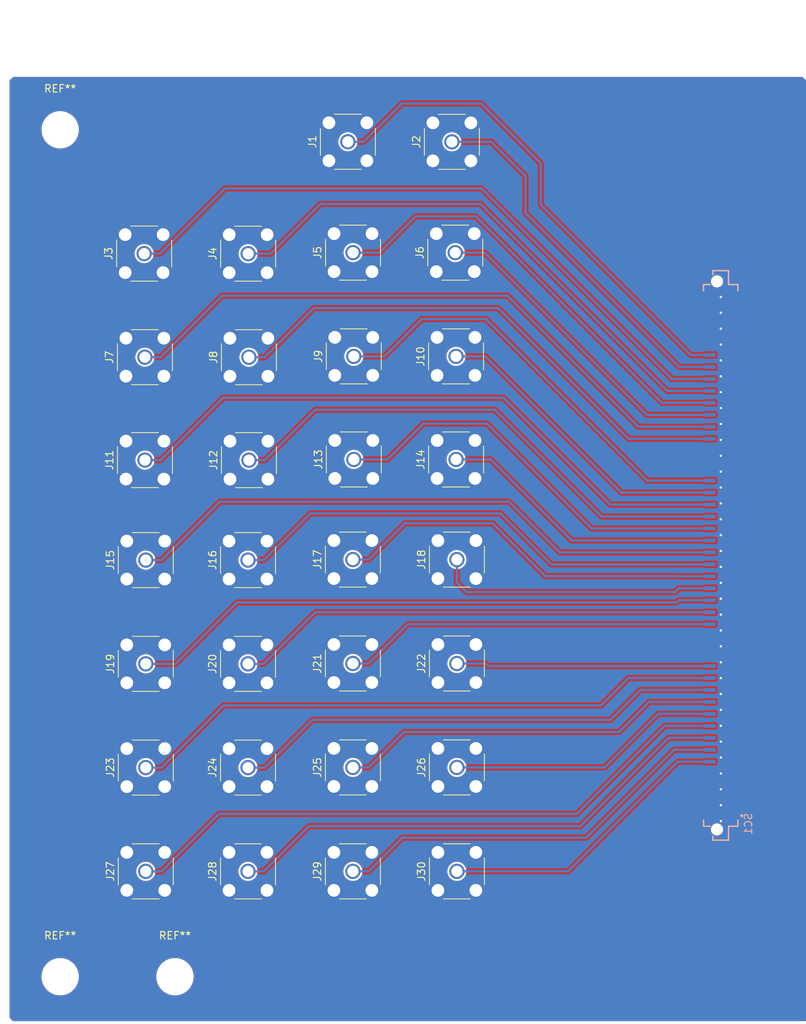
<source format=kicad_pcb>
(kicad_pcb (version 20221018) (generator pcbnew)
  (layers (0 "F.Cu" signal) (1 "In1.Cu" signal) (2 "In2.Cu" signal) (31 "B.Cu" signal) (34 "B.Paste" user) (35 "F.Paste" user) (36 "B.SilkS" user "B.Silkscreen") (37 "F.SilkS" user "F.Silkscreen") (38 "B.Mask" user) (39 "F.Mask" user) (44 "Edge.Cuts" user))
  (net 0 "")
  (net 1 "/ai0")
  (net 2 "/gnd")
  (net 3 "/ai1")
  (net 4 "/ai2")
  (net 5 "/ai3")
  (net 6 "/ai4")
  (net 7 "/ai5")
  (net 8 "/ai6")
  (net 9 "/ai7")
  (net 10 "/ai8")
  (net 11 "/ai9")
  (net 12 "/ai10")
  (net 13 "/ai11")
  (net 14 "/ai12")
  (net 15 "/ai13")
  (net 16 "/ai14")
  (net 17 "/ai15")
  (net 18 "/ai16")
  (net 19 "/ai17")
  (net 20 "/ai18")
  (net 21 "/ai19")
  (net 22 "/ai20")
  (net 23 "/ai21")
  (net 24 "/ai22")
  (net 25 "/ai23")
  (net 26 "/ai24")
  (net 27 "/ai25")
  (net 28 "/ai26")
  (net 29 "/ai27")
  (net 30 "/ai28")
  (net 31 "/ai29")
  (footprint "Connector_Coaxial:SMA_Amphenol_132134_Vertical" (layer "F.Cu") (at 133.18 113.43 90)
    (fp_text reference "J20")
    (fp_text value "Conn_Coaxial")
  )
  (footprint "Connector_Coaxial:SMA_Amphenol_132134_Vertical" (layer "F.Cu") (at 147.343332 72.303928 90)
    (fp_text reference "J9")
    (fp_text value "Conn_Coaxial")
  )
  (footprint "Connector_Coaxial:SMA_Amphenol_132134_Vertical" (layer "F.Cu") (at 133.2 58.57 90)
    (fp_text reference "J4")
    (fp_text value "Conn_Coaxial")
  )
  (footprint "Connector_Coaxial:SMA_Amphenol_132134_Vertical" (layer "F.Cu") (at 119.49 141.185 90)
    (fp_text reference "J27")
    (fp_text value "Conn_Coaxial")
  )
  (footprint "Connector_Coaxial:SMA_Amphenol_132134_Vertical" (layer "F.Cu") (at 161.15 141.185 90)
    (fp_text reference "J30")
    (fp_text value "Conn_Coaxial")
  )
  (footprint "Connector_Coaxial:SMA_Amphenol_132134_Vertical" (layer "F.Cu") (at 161.15 99.48714 90)
    (fp_text reference "J18")
    (fp_text value "Conn_Coaxial")
  )
  (footprint "Connector_Coaxial:SMA_Amphenol_132134_Vertical" (layer "F.Cu") (at 133.306668 86.185713 90)
    (fp_text reference "J12")
    (fp_text value "Conn_Coaxial")
  )
  (footprint "Connector_Coaxial:SMA_Amphenol_132134_Vertical" (layer "F.Cu") (at 133.18 99.5525 90)
    (fp_text reference "J16")
    (fp_text value "Conn_Coaxial")
  )
  (footprint "Connector_Coaxial:SMA_Amphenol_132134_Vertical" (layer "F.Cu") (at 147.223332 127.284284 90)
    (fp_text reference "J25")
    (fp_text value "Conn_Coaxial")
  )
  (footprint "MountingHole:MountingHole_4.5mm" (layer "F.Cu") (at 108.025 42)
    (fp_text reference "REF**")
    (fp_text value "MountingHole_4.5mm")
  )
  (footprint "Connector_Coaxial:SMA_Amphenol_132134_Vertical" (layer "F.Cu") (at 161.15 113.386425 90)
    (fp_text reference "J22")
    (fp_text value "Conn_Coaxial")
  )
  (footprint "Connector_Coaxial:SMA_Amphenol_132134_Vertical" (layer "F.Cu") (at 161.15 127.28571 90)
    (fp_text reference "J26")
    (fp_text value "Conn_Coaxial")
  )
  (footprint "Connector_Coaxial:SMA_Amphenol_132134_Vertical" (layer "F.Cu") (at 133.18 127.3075 90)
    (fp_text reference "J24")
    (fp_text value "Conn_Coaxial")
  )
  (footprint "Connector_Coaxial:SMA_Amphenol_132134_Vertical" (layer "F.Cu") (at 119.273331 58.561429 90)
    (fp_text reference "J3")
    (fp_text value "Conn_Coaxial")
  )
  (footprint "Connector_Coaxial:SMA_Amphenol_132134_Vertical" (layer "F.Cu") (at 133.3 72.42 90)
    (fp_text reference "J8")
    (fp_text value "Conn_Coaxial")
  )
  (footprint "Connector_Coaxial:SMA_Amphenol_132134_Vertical" (layer "F.Cu") (at 133.18 141.185 90)
    (fp_text reference "J28")
    (fp_text value "Conn_Coaxial")
  )
  (footprint "Connector_Coaxial:SMA_Amphenol_132134_Vertical" (layer "F.Cu") (at 161.04 86.092855 90)
    (fp_text reference "J14")
    (fp_text value "Conn_Coaxial")
  )
  (footprint "Connector_Coaxial:SMA_Amphenol_132134_Vertical" (layer "F.Cu") (at 160.48 43.61 90)
    (fp_text reference "J2")
    (fp_text value "Conn_Coaxial")
  )
  (footprint "Connector_Coaxial:SMA_Amphenol_132134_Vertical" (layer "F.Cu") (at 160.933331 58.430714 90)
    (fp_text reference "J6")
    (fp_text value "Conn_Coaxial")
  )
  (footprint "Connector_Coaxial:SMA_Amphenol_132134_Vertical" (layer "F.Cu") (at 147.35 86.092855 90)
    (fp_text reference "J13")
    (fp_text value "Conn_Coaxial")
  )
  (footprint "Connector_Coaxial:SMA_Amphenol_132134_Vertical" (layer "F.Cu") (at 119.38 86.18 90)
    (fp_text reference "J11")
    (fp_text value "Conn_Coaxial")
  )
  (footprint "Connector_Coaxial:SMA_Amphenol_132134_Vertical" (layer "F.Cu") (at 119.373331 72.412858 90)
    (fp_text reference "J7")
    (fp_text value "Conn_Coaxial")
  )
  (footprint "Connector_Coaxial:SMA_Amphenol_132134_Vertical" (layer "F.Cu") (at 119.49 99.5525 90)
    (fp_text reference "J15")
    (fp_text value "Conn_Coaxial")
  )
  (footprint "Connector_Coaxial:SMA_Amphenol_132134_Vertical" (layer "F.Cu") (at 119.49 127.3075 90)
    (fp_text reference "J23")
    (fp_text value "Conn_Coaxial")
  )
  (footprint "Connector_Coaxial:SMA_Amphenol_132134_Vertical" (layer "F.Cu") (at 147.223332 141.185 90)
    (fp_text reference "J29")
    (fp_text value "Conn_Coaxial")
  )
  (footprint "Connector_Coaxial:SMA_Amphenol_132134_Vertical" (layer "F.Cu") (at 147.243331 58.430714 90)
    (fp_text reference "J5")
    (fp_text value "Conn_Coaxial")
  )
  (footprint "Connector_Coaxial:SMA_Amphenol_132134_Vertical" (layer "F.Cu") (at 161.033331 72.303928 90)
    (fp_text reference "J10")
    (fp_text value "Conn_Coaxial")
  )
  (footprint "Connector_Coaxial:SMA_Amphenol_132134_Vertical" (layer "F.Cu") (at 119.49 113.43 90)
    (fp_text reference "J19")
    (fp_text value "Conn_Coaxial")
  )
  (footprint "Connector_Coaxial:SMA_Amphenol_132134_Vertical" (layer "F.Cu") (at 147.223332 113.38357 90)
    (fp_text reference "J21")
    (fp_text value "Conn_Coaxial")
  )
  (footprint "MountingHole:MountingHole_4.5mm" (layer "F.Cu") (at 108.025 155.275)
    (fp_text reference "REF**")
    (fp_text value "MountingHole_4.5mm")
  )
  (footprint "MountingHole:MountingHole_4.5mm" (layer "F.Cu") (at 123.4 155.275)
    (fp_text reference "REF**")
    (fp_text value "MountingHole_4.5mm")
  )
  (footprint "Connector_Coaxial:SMA_Amphenol_132134_Vertical" (layer "F.Cu") (at 146.553333 43.6 90)
    (fp_text reference "J1")
    (fp_text value "Conn_Coaxial")
  )
  (footprint "Connector_Coaxial:SMA_Amphenol_132134_Vertical" (layer "F.Cu") (at 147.223332 99.482856 90)
    (fp_text reference "J17")
    (fp_text value "Conn_Coaxial")
  )
  (footprint "samtec:SAMTEC_QRM8-078-05.0-L-D-A" (layer "B.Cu") (at 196.475 98.925 90)
    (fp_text reference "SC1")
    (fp_text value "SAMTEC-QRM078-05")
  )
  (segment (start 164.38 38.48) (end 153.789274 38.48) (width 0.313944) (layer "B.Cu") (net 1))
  (segment (start 192.465 72.125) (end 172.38 52.04) (width 0.313944) (layer "B.Cu") (net 1))
  (segment (start 153.789274 38.48) (end 148.669274 43.6) (width 0.313944) (layer "B.Cu") (net 1))
  (segment (start 172.38 52.04) (end 172.38 46.48) (width 0.313944) (layer "B.Cu") (net 1))
  (segment (start 148.669274 43.6) (end 146.553333 43.6) (width 0.313944) (layer "B.Cu") (net 1))
  (segment (start 172.38 46.48) (end 164.38 38.48) (width 0.313944) (layer "B.Cu") (net 1))
  (segment (start 195.05 72.125) (end 192.465 72.125) (width 0.313944) (layer "B.Cu") (net 1))
  (via (at 196.49 66.474545) (size 0.46482) (drill 0.3048) (layers "F.Cu" "B.Cu") (net 2))
  (via (at 196.49 81.34636) (size 0.46482) (drill 0.3048) (layers "F.Cu" "B.Cu") (net 2))
  (via (at 196.49 106.8409) (size 0.46482) (drill 0.3048) (layers "F.Cu" "B.Cu") (net 2))
  (via (at 196.49 115.33908) (size 0.46482) (drill 0.3048) (layers "F.Cu" "B.Cu") (net 2))
  (via (at 196.49 125.961805) (size 0.46482) (drill 0.3048) (layers "F.Cu" "B.Cu") (net 2))
  (via (at 196.49 83.470905) (size 0.46482) (drill 0.3048) (layers "F.Cu" "B.Cu") (net 2))
  (via (at 196.49 104.716355) (size 0.46482) (drill 0.3048) (layers "F.Cu" "B.Cu") (net 2))
  (via (at 196.49 77.09727) (size 0.46482) (drill 0.3048) (layers "F.Cu" "B.Cu") (net 2))
  (via (at 196.49 102.59181) (size 0.46482) (drill 0.3048) (layers "F.Cu" "B.Cu") (net 2))
  (via (at 196.49 72.84818) (size 0.46482) (drill 0.3048) (layers "F.Cu" "B.Cu") (net 2))
  (via (at 196.49 85.59545) (size 0.46482) (drill 0.3048) (layers "F.Cu" "B.Cu") (net 2))
  (via (at 196.49 130.210895) (size 0.46482) (drill 0.3048) (layers "F.Cu" "B.Cu") (net 2))
  (via (at 196.49 111.08999) (size 0.46482) (drill 0.3048) (layers "F.Cu" "B.Cu") (net 2))
  (via (at 196.49 121.712715) (size 0.46482) (drill 0.3048) (layers "F.Cu" "B.Cu") (net 2))
  (via (at 196.49 128.08635) (size 0.46482) (drill 0.3048) (layers "F.Cu" "B.Cu") (net 2))
  (via (at 196.49 123.83726) (size 0.46482) (drill 0.3048) (layers "F.Cu" "B.Cu") (net 2))
  (via (at 196.49 68.59909) (size 0.46482) (drill 0.3048) (layers "F.Cu" "B.Cu") (net 2))
  (via (at 196.49 79.221815) (size 0.46482) (drill 0.3048) (layers "F.Cu" "B.Cu") (net 2))
  (via (at 196.49 96.218175) (size 0.46482) (drill 0.3048) (layers "F.Cu" "B.Cu") (net 2))
  (via (at 196.49 89.84454) (size 0.46482) (drill 0.3048) (layers "F.Cu" "B.Cu") (net 2))
  (via (at 196.49 64.35) (size 0.46482) (drill 0.3048) (layers "F.Cu" "B.Cu") (net 2))
  (via (at 196.49 119.58817) (size 0.46482) (drill 0.3048) (layers "F.Cu" "B.Cu") (net 2))
  (via (at 196.49 94.09363) (size 0.46482) (drill 0.3048) (layers "F.Cu" "B.Cu") (net 2))
  (via (at 196.49 98.34272) (size 0.46482) (drill 0.3048) (layers "F.Cu" "B.Cu") (net 2))
  (via (at 196.49 108.965445) (size 0.46482) (drill 0.3048) (layers "F.Cu" "B.Cu") (net 2))
  (via (at 196.49 91.969085) (size 0.46482) (drill 0.3048) (layers "F.Cu" "B.Cu") (net 2))
  (via (at 196.49 70.723635) (size 0.46482) (drill 0.3048) (layers "F.Cu" "B.Cu") (net 2))
  (via (at 196.49 100.467265) (size 0.46482) (drill 0.3048) (layers "F.Cu" "B.Cu") (net 2))
  (via (at 196.49 113.214535) (size 0.46482) (drill 0.3048) (layers "F.Cu" "B.Cu") (net 2))
  (via (at 196.49 134.46) (size 0.46482) (drill 0.3048) (layers "F.Cu" "B.Cu") (net 2))
  (via (at 196.49 132.33544) (size 0.46482) (drill 0.3048) (layers "F.Cu" "B.Cu") (net 2))
  (via (at 196.49 87.719995) (size 0.46482) (drill 0.3048) (layers "F.Cu" "B.Cu") (net 2))
  (via (at 196.49 117.463625) (size 0.46482) (drill 0.3048) (layers "F.Cu" "B.Cu") (net 2))
  (via (at 196.49 74.972725) (size 0.46482) (drill 0.3048) (layers "F.Cu" "B.Cu") (net 2))
  (segment (start 196.475 123.725) (end 196.475 122.865) (width 0.313944) (layer "B.Cu") (net 2))
  (segment (start 196.47 117.68) (end 196.475 117.675) (width 0.313944) (layer "B.Cu") (net 2))
  (segment (start 196.5 73.48) (end 196.475 73.455) (width 0.313944) (layer "B.Cu") (net 2))
  (segment (start 196.52 119.54) (end 196.475 119.495) (width 0.313944) (layer "B.Cu") (net 2))
  (segment (start 196.475 71.185) (end 196.475 69.045) (width 0.313944) (layer "B.Cu") (net 2))
  (segment (start 196.5 80.49) (end 196.475 80.465) (width 0.313944) (layer "B.Cu") (net 2))
  (segment (start 196.47 115.64) (end 196.475 115.635) (width 0.313944) (layer "B.Cu") (net 2))
  (segment (start 196.475 71.235) (end 196.5 71.21) (width 0.313944) (layer "B.Cu") (net 2))
  (segment (start 196.5 101.86) (end 196.475 101.835) (width 0.313944) (layer "B.Cu") (net 2))
  (segment (start 196.475 75.325) (end 196.5 75.3) (width 0.313944) (layer "B.Cu") (net 2))
  (segment (start 196.475 119.585) (end 196.52 119.54) (width 0.313944) (layer "B.Cu") (net 2))
  (segment (start 196.475 83.025) (end 196.42 82.97) (width 0.313944) (layer "B.Cu") (net 2))
  (segment (start 196.475 132.79) (end 196.49 132.8) (width 0.313944) (layer "B.Cu") (net 2))
  (segment (start 196.475 97.795) (end 196.475 95.535) (width 0.313944) (layer "B.Cu") (net 2))
  (segment (start 196.52 131.2) (end 196.52 129.31) (width 0.313944) (layer "B.Cu") (net 2))
  (segment (start 196.475 122.865) (end 196.49 122.85) (width 0.313944) (layer "B.Cu") (net 2))
  (segment (start 196.475 121.255) (end 196.475 119.585) (width 0.313944) (layer "B.Cu") (net 2))
  (segment (start 196.475 69.045) (end 196.5 69.02) (width 0.313944) (layer "B.Cu") (net 2))
  (segment (start 196.475 115.635) (end 196.475 114.66) (width 0.313944) (layer "B.Cu") (net 2))
  (segment (start 196.475 101.835) (end 196.475 99.695) (width 0.313944) (layer "B.Cu") (net 2))
  (segment (start 196.475 98.925) (end 196.475 97.845) (width 0.313944) (layer "B.Cu") (net 2))
  (segment (start 196.5 99.67) (end 196.475 99.645) (width 0.313944) (layer "B.Cu") (net 2))
  (segment (start 196.475 107.99) (end 196.475 107.565) (width 0.313944) (layer "B.Cu") (net 2))
  (segment (start 196.475 104.725) (end 196.5 104.7) (width 0.313944) (layer "B.Cu") (net 2))
  (segment (start 196.475 115.645) (end 196.47 115.64) (width 0.313944) (layer "B.Cu") (net 2))
  (segment (start 196.475 95.485) (end 196.475 93.215) (width 0.313944) (layer "B.Cu") (net 2))
  (segment (start 196.475 89.925) (end 196.475 89.86) (width 0.313944) (layer "B.Cu") (net 2))
  (segment (start 196.475 80.515) (end 196.5 80.49) (width 0.313944) (layer "B.Cu") (net 2))
  (segment (start 196.5 69.02) (end 196.475 68.995) (width 0.313944) (layer "B.Cu") (net 2))
  (segment (start 196.475 75.275) (end 196.475 74.125) (width 0.313944) (layer "B.Cu") (net 2))
  (segment (start 196.475 73.505) (end 196.5 73.48) (width 0.313944) (layer "B.Cu") (net 2))
  (segment (start 196.475 89.975) (end 196.5 89.95) (width 0.313944) (layer "B.Cu") (net 2))
  (segment (start 196.475 97.845) (end 196.5 97.82) (width 0.313944) (layer "B.Cu") (net 2))
  (segment (start 196.5 95.51) (end 196.475 95.485) (width 0.313944) (layer "B.Cu") (net 2))
  (segment (start 196.5 107.54) (end 196.475 107.515) (width 0.313944) (layer "B.Cu") (net 2))
  (segment (start 196.475 73.455) (end 196.475 71.235) (width 0.313944) (layer "B.Cu") (net 2))
  (segment (start 196.475 107.565) (end 196.5 107.54) (width 0.313944) (layer "B.Cu") (net 2))
  (segment (start 196.475 95.535) (end 196.5 95.51) (width 0.313944) (layer "B.Cu") (net 2))
  (segment (start 196.52 126.13) (end 196.49 124.49) (width 0.313944) (layer "B.Cu") (net 2))
  (segment (start 196.5 97.82) (end 196.475 97.795) (width 0.313944) (layer "B.Cu") (net 2))
  (segment (start 196.49 122.85) (end 196.475 122.835) (width 0.313944) (layer "B.Cu") (net 2))
  (segment (start 196.475 93.215) (end 196.5 93.19) (width 0.313944) (layer "B.Cu") (net 2))
  (segment (start 196.475 77.595) (end 196.5 77.57) (width 0.313944) (layer "B.Cu") (net 2))
  (segment (start 196.5 71.21) (end 196.475 71.185) (width 0.313944) (layer "B.Cu") (net 2))
  (segment (start 196.475 77.545) (end 196.475 75.325) (width 0.313944) (layer "B.Cu") (net 2))
  (segment (start 196.475 99.695) (end 196.5 99.67) (width 0.313944) (layer "B.Cu") (net 2))
  (segment (start 196.5 75.3) (end 196.475 75.275) (width 0.313944) (layer "B.Cu") (net 2))
  (segment (start 196.475 68.995) (end 196.475 66.565) (width 0.313944) (layer "B.Cu") (net 2))
  (segment (start 196.5 93.19) (end 196.475 93.165) (width 0.313944) (layer "B.Cu") (net 2))
  (segment (start 196.475 66.515) (end 196.475 65.06) (width 0.313944) (layer "B.Cu") (net 2))
  (segment (start 196.52 127.84) (end 196.52 126.13) (width 0.313944) (layer "B.Cu") (net 2))
  (segment (start 196.49 124.49) (end 196.475 123.725) (width 0.313944) (layer "B.Cu") (net 2))
  (segment (start 196.5 66.54) (end 196.475 66.515) (width 0.313944) (layer "B.Cu") (net 2))
  (segment (start 196.475 99.645) (end 196.475 98.925) (width 0.313944) (layer "B.Cu") (net 2))
  (segment (start 196.52 129.31) (end 196.52 127.84) (width 0.313944) (layer "B.Cu") (net 2))
  (segment (start 196.49 132.8) (end 196.52 131.2) (width 0.313944) (layer "B.Cu") (net 2))
  (segment (start 196.42 82.97) (end 196.475 82.915) (width 0.313944) (layer "B.Cu") (net 2))
  (segment (start 196.475 80.465) (end 196.475 77.595) (width 0.313944) (layer "B.Cu") (net 2))
  (segment (start 196.5 89.95) (end 196.475 89.925) (width 0.313944) (layer "B.Cu") (net 2))
  (segment (start 196.475 119.495) (end 196.475 117.685) (width 0.313944) (layer "B.Cu") (net 2))
  (segment (start 196.475 117.685) (end 196.47 117.68) (width 0.313944) (layer "B.Cu") (net 2))
  (segment (start 196.475 104.675) (end 196.475 101.885) (width 0.313944) (layer "B.Cu") (net 2))
  (segment (start 196.475 101.885) (end 196.5 101.86) (width 0.313944) (layer "B.Cu") (net 2))
  (segment (start 196.475 74.125) (end 196.475 73.505) (width 0.313944) (layer "B.Cu") (net 2))
  (segment (start 196.475 93.165) (end 196.475 89.975) (width 0.313944) (layer "B.Cu") (net 2))
  (segment (start 196.5 77.57) (end 196.475 77.545) (width 0.313944) (layer "B.Cu") (net 2))
  (segment (start 196.475 83.19) (end 196.475 83.025) (width 0.313944) (layer "B.Cu") (net 2))
  (segment (start 196.475 117.675) (end 196.475 115.645) (width 0.313944) (layer "B.Cu") (net 2))
  (segment (start 196.5 104.7) (end 196.475 104.675) (width 0.313944) (layer "B.Cu") (net 2))
  (segment (start 196.47 121.26) (end 196.475 121.255) (width 0.313944) (layer "B.Cu") (net 2))
  (segment (start 196.475 121.265) (end 196.47 121.26) (width 0.313944) (layer "B.Cu") (net 2))
  (segment (start 196.475 122.835) (end 196.475 121.265) (width 0.313944) (layer "B.Cu") (net 2))
  (segment (start 196.475 107.515) (end 196.475 104.725) (width 0.313944) (layer "B.Cu") (net 2))
  (segment (start 196.475 82.915) (end 196.475 80.515) (width 0.313944) (layer "B.Cu") (net 2))
  (segment (start 196.475 66.565) (end 196.5 66.54) (width 0.313944) (layer "B.Cu") (net 2))
  (segment (start 190.925 73.725) (end 170.33 53.13) (width 0.313944) (layer "B.Cu") (net 3))
  (segment (start 170.33 48.19) (end 165.75 43.61) (width 0.313944) (layer "B.Cu") (net 3))
  (segment (start 195.05 73.725) (end 190.925 73.725) (width 0.313944) (layer "B.Cu") (net 3))
  (segment (start 170.33 53.13) (end 170.33 48.19) (width 0.313944) (layer "B.Cu") (net 3))
  (segment (start 165.75 43.61) (end 160.48 43.61) (width 0.313944) (layer "B.Cu") (net 3))
  (segment (start 121.389272 58.561429) (end 119.273331 58.561429) (width 0.313944) (layer "B.Cu") (net 4))
  (segment (start 195.05 75.325) (end 189.925 75.325) (width 0.313944) (layer "B.Cu") (net 4))
  (segment (start 189.925 75.325) (end 164.44 49.84) (width 0.313944) (layer "B.Cu") (net 4))
  (segment (start 130.110701 49.84) (end 121.389272 58.561429) (width 0.313944) (layer "B.Cu") (net 4))
  (segment (start 164.44 49.84) (end 130.110701 49.84) (width 0.313944) (layer "B.Cu") (net 4))
  (segment (start 195.05 76.925) (end 189.325 76.925) (width 0.313944) (layer "B.Cu") (net 5))
  (segment (start 189.325 76.925) (end 164.32 51.92) (width 0.313944) (layer "B.Cu") (net 5))
  (segment (start 142.873804 51.92) (end 136.223804 58.57) (width 0.313944) (layer "B.Cu") (net 5))
  (segment (start 136.223804 58.57) (end 133.2 58.57) (width 0.313944) (layer "B.Cu") (net 5))
  (segment (start 164.32 51.92) (end 142.873804 51.92) (width 0.313944) (layer "B.Cu") (net 5))
  (segment (start 195.05 78.525) (end 188.625 78.525) (width 0.313944) (layer "B.Cu") (net 6))
  (segment (start 155.62 53.58) (end 150.769286 58.430714) (width 0.313944) (layer "B.Cu") (net 6))
  (segment (start 188.625 78.525) (end 163.68 53.58) (width 0.313944) (layer "B.Cu") (net 6))
  (segment (start 163.68 53.58) (end 155.62 53.58) (width 0.313944) (layer "B.Cu") (net 6))
  (segment (start 150.769286 58.430714) (end 147.243331 58.430714) (width 0.313944) (layer "B.Cu") (net 6))
  (segment (start 195.05 80.125) (end 186.575 80.125) (width 0.313944) (layer "B.Cu") (net 7))
  (segment (start 164.880714 58.430714) (end 160.933331 58.430714) (width 0.313944) (layer "B.Cu") (net 7))
  (segment (start 186.575 80.125) (end 164.880714 58.430714) (width 0.313944) (layer "B.Cu") (net 7))
  (segment (start 129.71213 64.19) (end 121.489272 72.412858) (width 0.313944) (layer "B.Cu") (net 8))
  (segment (start 167.92 64.19) (end 129.71213 64.19) (width 0.313944) (layer "B.Cu") (net 8))
  (segment (start 195.05 81.725) (end 185.455 81.725) (width 0.313944) (layer "B.Cu") (net 8))
  (segment (start 121.489272 72.412858) (end 119.373331 72.412858) (width 0.313944) (layer "B.Cu") (net 8))
  (segment (start 185.455 81.725) (end 167.92 64.19) (width 0.313944) (layer "B.Cu") (net 8))
  (segment (start 135.415941 72.42) (end 133.3 72.42) (width 0.313944) (layer "B.Cu") (net 9))
  (segment (start 184.145 83.325) (end 166.67 65.85) (width 0.313944) (layer "B.Cu") (net 9))
  (segment (start 195.05 83.325) (end 184.145 83.325) (width 0.313944) (layer "B.Cu") (net 9))
  (segment (start 141.985941 65.85) (end 135.415941 72.42) (width 0.313944) (layer "B.Cu") (net 9))
  (segment (start 166.67 65.85) (end 141.985941 65.85) (width 0.313944) (layer "B.Cu") (net 9))
  (segment (start 165.03 67.31) (end 156.44 67.31) (width 0.313944) (layer "B.Cu") (net 10))
  (segment (start 186.645 88.925) (end 165.03 67.31) (width 0.313944) (layer "B.Cu") (net 10))
  (segment (start 156.44 67.31) (end 151.446072 72.303928) (width 0.313944) (layer "B.Cu") (net 10))
  (segment (start 151.446072 72.303928) (end 147.343332 72.303928) (width 0.313944) (layer "B.Cu") (net 10))
  (segment (start 195.05 88.925) (end 186.645 88.925) (width 0.313944) (layer "B.Cu") (net 10))
  (segment (start 164.953928 72.303928) (end 161.033331 72.303928) (width 0.313944) (layer "B.Cu") (net 11))
  (segment (start 183.175 90.525) (end 164.953928 72.303928) (width 0.313944) (layer "B.Cu") (net 11))
  (segment (start 195.05 90.525) (end 183.175 90.525) (width 0.313944) (layer "B.Cu") (net 11))
  (segment (start 167.39 77.84) (end 129.835941 77.84) (width 0.313944) (layer "B.Cu") (net 12))
  (segment (start 121.495941 86.18) (end 119.38 86.18) (width 0.313944) (layer "B.Cu") (net 12))
  (segment (start 181.675 92.125) (end 167.39 77.84) (width 0.313944) (layer "B.Cu") (net 12))
  (segment (start 195.05 92.125) (end 181.675 92.125) (width 0.313944) (layer "B.Cu") (net 12))
  (segment (start 129.835941 77.84) (end 121.495941 86.18) (width 0.313944) (layer "B.Cu") (net 12))
  (segment (start 166.23 79.45) (end 142.158322 79.45) (width 0.313944) (layer "B.Cu") (net 13))
  (segment (start 142.158322 79.45) (end 135.422609 86.185713) (width 0.313944) (layer "B.Cu") (net 13))
  (segment (start 195.05 93.725) (end 180.505 93.725) (width 0.313944) (layer "B.Cu") (net 13))
  (segment (start 180.505 93.725) (end 166.23 79.45) (width 0.313944) (layer "B.Cu") (net 13))
  (segment (start 135.422609 86.185713) (end 133.306668 86.185713) (width 0.313944) (layer "B.Cu") (net 13))
  (segment (start 165.16 81.29) (end 156.66 81.29) (width 0.313944) (layer "B.Cu") (net 14))
  (segment (start 195.05 95.325) (end 179.195 95.325) (width 0.313944) (layer "B.Cu") (net 14))
  (segment (start 179.195 95.325) (end 165.16 81.29) (width 0.313944) (layer "B.Cu") (net 14))
  (segment (start 151.857145 86.092855) (end 147.35 86.092855) (width 0.313944) (layer "B.Cu") (net 14))
  (segment (start 156.66 81.29) (end 151.857145 86.092855) (width 0.313944) (layer "B.Cu") (net 14))
  (segment (start 195.05 96.925) (end 176.515 96.925) (width 0.313944) (layer "B.Cu") (net 15))
  (segment (start 176.515 96.925) (end 165.682855 86.092855) (width 0.313944) (layer "B.Cu") (net 15))
  (segment (start 165.682855 86.092855) (end 161.04 86.092855) (width 0.313944) (layer "B.Cu") (net 15))
  (segment (start 168.16 91.74) (end 129.418441 91.74) (width 0.313944) (layer "B.Cu") (net 16))
  (segment (start 121.605941 99.5525) (end 119.49 99.5525) (width 0.313944) (layer "B.Cu") (net 16))
  (segment (start 129.418441 91.74) (end 121.605941 99.5525) (width 0.313944) (layer "B.Cu") (net 16))
  (segment (start 195.05 98.525) (end 174.945 98.525) (width 0.313944) (layer "B.Cu") (net 16))
  (segment (start 174.945 98.525) (end 168.16 91.74) (width 0.313944) (layer "B.Cu") (net 16))
  (segment (start 141.528441 93.32) (end 135.295941 99.5525) (width 0.313944) (layer "B.Cu") (net 17))
  (segment (start 195.05 100.125) (end 173.815 100.125) (width 0.313944) (layer "B.Cu") (net 17))
  (segment (start 135.295941 99.5525) (end 133.18 99.5525) (width 0.313944) (layer "B.Cu") (net 17))
  (segment (start 173.815 100.125) (end 167.01 93.32) (width 0.313944) (layer "B.Cu") (net 17))
  (segment (start 167.01 93.32) (end 141.528441 93.32) (width 0.313944) (layer "B.Cu") (net 17))
  (segment (start 149.339273 99.482856) (end 147.223332 99.482856) (width 0.313944) (layer "B.Cu") (net 18))
  (segment (start 165.93 94.64) (end 154.182129 94.64) (width 0.313944) (layer "B.Cu") (net 18))
  (segment (start 190.85 101.7) (end 172.99 101.7) (width 0.313944) (layer "B.Cu") (net 18))
  (segment (start 195.05 101.725) (end 190.875 101.725) (width 0.313944) (layer "B.Cu") (net 18))
  (segment (start 172.99 101.7) (end 165.93 94.64) (width 0.313944) (layer "B.Cu") (net 18))
  (segment (start 190.875 101.725) (end 190.85 101.7) (width 0.313944) (layer "B.Cu") (net 18))
  (segment (start 154.182129 94.64) (end 149.339273 99.482856) (width 0.313944) (layer "B.Cu") (net 18))
  (segment (start 190.9 103.325) (end 190.395 103.83) (width 0.313944) (layer "B.Cu") (net 19))
  (segment (start 162.44 103.83) (end 161.15 102.54) (width 0.313944) (layer "B.Cu") (net 19))
  (segment (start 195.05 103.325) (end 190.9 103.325) (width 0.313944) (layer "B.Cu") (net 19))
  (segment (start 190.395 103.83) (end 162.44 103.83) (width 0.313944) (layer "B.Cu") (net 19))
  (segment (start 161.15 102.54) (end 161.15 99.48714) (width 0.313944) (layer "B.Cu") (net 19))
  (segment (start 195.05 104.925) (end 190.875 104.925) (width 0.313944) (layer "B.Cu") (net 20))
  (segment (start 131.71 105.22) (end 123.5 113.43) (width 0.313944) (layer "B.Cu") (net 20))
  (segment (start 190.875 104.925) (end 190.58 105.22) (width 0.313944) (layer "B.Cu") (net 20))
  (segment (start 123.5 113.43) (end 119.49 113.43) (width 0.313944) (layer "B.Cu") (net 20))
  (segment (start 190.58 105.22) (end 131.71 105.22) (width 0.313944) (layer "B.Cu") (net 20))
  (segment (start 135.295941 113.43) (end 133.18 113.43) (width 0.313944) (layer "B.Cu") (net 21))
  (segment (start 142.200941 106.525) (end 135.295941 113.43) (width 0.313944) (layer "B.Cu") (net 21))
  (segment (start 195.05 106.525) (end 142.200941 106.525) (width 0.313944) (layer "B.Cu") (net 21))
  (segment (start 154.597843 108.125) (end 149.339273 113.38357) (width 0.313944) (layer "B.Cu") (net 22))
  (segment (start 195.05 108.125) (end 154.597843 108.125) (width 0.313944) (layer "B.Cu") (net 22))
  (segment (start 149.339273 113.38357) (end 147.223332 113.38357) (width 0.313944) (layer "B.Cu") (net 22))
  (segment (start 164.976425 113.386425) (end 161.15 113.386425) (width 0.313944) (layer "B.Cu") (net 23))
  (segment (start 195.05 113.725) (end 165.315 113.725) (width 0.313944) (layer "B.Cu") (net 23))
  (segment (start 165.315 113.725) (end 164.976425 113.386425) (width 0.313944) (layer "B.Cu") (net 23))
  (segment (start 184.135 115.325) (end 180.47 118.99) (width 0.313944) (layer "B.Cu") (net 24))
  (segment (start 121.605941 127.3075) (end 119.49 127.3075) (width 0.313944) (layer "B.Cu") (net 24))
  (segment (start 195.05 115.325) (end 184.135 115.325) (width 0.313944) (layer "B.Cu") (net 24))
  (segment (start 180.47 118.99) (end 129.923441 118.99) (width 0.313944) (layer "B.Cu") (net 24))
  (segment (start 129.923441 118.99) (end 121.605941 127.3075) (width 0.313944) (layer "B.Cu") (net 24))
  (segment (start 181.73 120.92) (end 141.8 120.92) (width 0.313944) (layer "B.Cu") (net 25))
  (segment (start 185.725 116.925) (end 181.73 120.92) (width 0.313944) (layer "B.Cu") (net 25))
  (segment (start 141.8 120.92) (end 135.4125 127.3075) (width 0.313944) (layer "B.Cu") (net 25))
  (segment (start 195.05 116.925) (end 185.725 116.925) (width 0.313944) (layer "B.Cu") (net 25))
  (segment (start 135.4125 127.3075) (end 133.18 127.3075) (width 0.313944) (layer "B.Cu") (net 25))
  (segment (start 149.339273 127.284284) (end 147.223332 127.284284) (width 0.313944) (layer "B.Cu") (net 26))
  (segment (start 195.05 118.525) (end 186.885 118.525) (width 0.313944) (layer "B.Cu") (net 26))
  (segment (start 154.073557 122.55) (end 149.339273 127.284284) (width 0.313944) (layer "B.Cu") (net 26))
  (segment (start 186.885 118.525) (end 182.86 122.55) (width 0.313944) (layer "B.Cu") (net 26))
  (segment (start 182.86 122.55) (end 154.073557 122.55) (width 0.313944) (layer "B.Cu") (net 26))
  (segment (start 195.05 120.125) (end 188.095 120.125) (width 0.313944) (layer "B.Cu") (net 27))
  (segment (start 180.93429 127.28571) (end 161.15 127.28571) (width 0.313944) (layer "B.Cu") (net 27))
  (segment (start 188.095 120.125) (end 180.93429 127.28571) (width 0.313944) (layer "B.Cu") (net 27))
  (segment (start 129.290941 133.5) (end 121.605941 141.185) (width 0.313944) (layer "B.Cu") (net 28))
  (segment (start 121.605941 141.185) (end 119.49 141.185) (width 0.313944) (layer "B.Cu") (net 28))
  (segment (start 177.2 133.5) (end 129.290941 133.5) (width 0.313944) (layer "B.Cu") (net 28))
  (segment (start 188.975 121.725) (end 177.2 133.5) (width 0.313944) (layer "B.Cu") (net 28))
  (segment (start 195.05 121.725) (end 188.975 121.725) (width 0.313944) (layer "B.Cu") (net 28))
  (segment (start 141.340941 135.14) (end 135.295941 141.185) (width 0.313944) (layer "B.Cu") (net 29))
  (segment (start 189.5 123.325) (end 177.685 135.14) (width 0.313944) (layer "B.Cu") (net 29))
  (segment (start 135.295941 141.185) (end 133.18 141.185) (width 0.313944) (layer "B.Cu") (net 29))
  (segment (start 195.05 123.325) (end 189.5 123.325) (width 0.313944) (layer "B.Cu") (net 29))
  (segment (start 177.685 135.14) (end 141.340941 135.14) (width 0.313944) (layer "B.Cu") (net 29))
  (segment (start 178.47 136.68) (end 153.844273 136.68) (width 0.313944) (layer "B.Cu") (net 30))
  (segment (start 149.339273 141.185) (end 147.223332 141.185) (width 0.313944) (layer "B.Cu") (net 30))
  (segment (start 190.225 124.925) (end 178.47 136.68) (width 0.313944) (layer "B.Cu") (net 30))
  (segment (start 153.844273 136.68) (end 149.339273 141.185) (width 0.313944) (layer "B.Cu") (net 30))
  (segment (start 195.05 124.925) (end 190.225 124.925) (width 0.313944) (layer "B.Cu") (net 30))
  (segment (start 176.065 141.185) (end 161.15 141.185) (width 0.313944) (layer "B.Cu") (net 31))
  (segment (start 195.05 126.525) (end 190.725 126.525) (width 0.313944) (layer "B.Cu") (net 31))
  (segment (start 190.725 126.525) (end 176.065 141.185) (width 0.313944) (layer "B.Cu") (net 31))
  (zone (net 2) (net_name "/gnd") (layers "F.Cu" "In1.Cu" "In2.Cu" "B.Cu") (connect_pads yes (clearance 0.254)) (min_thickness 0.25) (fill yes (thermal_gap 0.5) (thermal_bridge_width 0.5) (smoothing fillet) (radius 0.127))
    (polygon (pts (xy 207.9 35.4) (xy 207.9 161.23) (xy 101.71 161.23) (xy 101.24 160.76) (xy 101.24 35.41) (xy 101.71 34.94) (xy 207.44 34.94)))
  )
)
</source>
